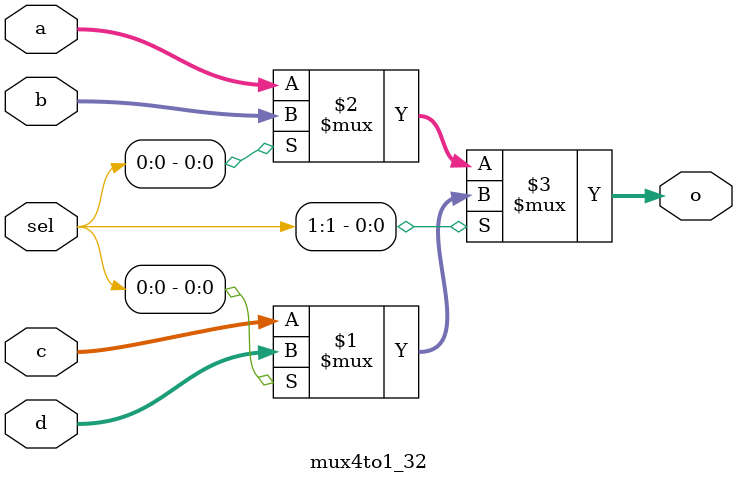
<source format=v>
module mux4to1_32(
	input wire [31:0] a,
	input wire [31:0] b,
	input wire [31:0] c,
	input wire [31:0] d,
	input wire [1:0] sel,
	output wire [31:0] o
);
	assign o = sel[1] ? (sel[0] ? d : c) : (sel[0] ? b : a);
	
endmodule
</source>
